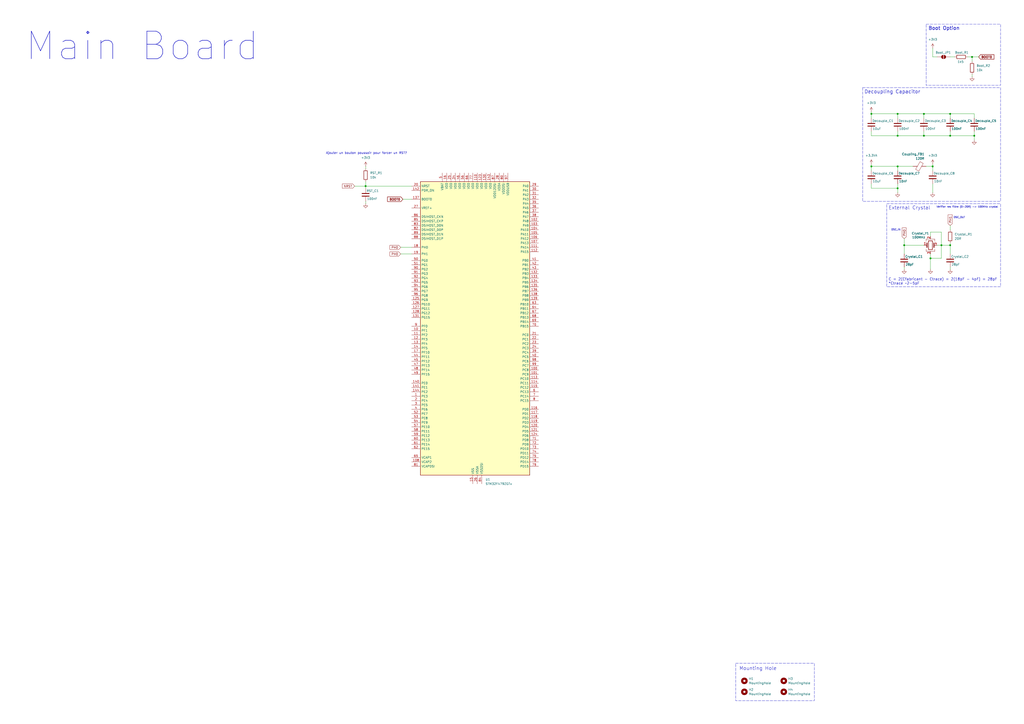
<source format=kicad_sch>
(kicad_sch (version 20231120) (generator "eeschema") (generator_version "8.0")
  (paper "A2")
  (title_block (title "Main Board") (date "2024-11-08") (company "GAUL"))
  (lib_symbols
    (symbol "Device:C" (pin_numbers hide) (pin_names (offset 0.254))
      (property "Reference" "C" (at 0.635 2.54 0))
      (property "Value" "C" (at 0.635 -2.54 0))
      (symbol "C_0_1"
        (polyline (pts (xy -2.032 -0.762) (xy 2.032 -0.762)) (stroke (width 0.508)))
        (polyline (pts (xy -2.032 0.762) (xy 2.032 0.762)) (stroke (width 0.508)))
      )
      (symbol "C_1_1"
        (pin passive line (at 0 3.81 270) (length 2.794) (name "~") (number "1"))
        (pin passive line (at 0 -3.81 90) (length 2.794) (name "~") (number "2"))
      )
    )
    (symbol "Device:Crystal_GND23" (pin_names (offset 1.016) hide)
      (property "Reference" "Y" (at 3.175 5.08 0))
      (property "Value" "Crystal_GND23" (at 3.175 3.175 0))
      (symbol "Crystal_GND23_0_1"
        (rectangle (start -1.143 2.54) (end 1.143 -2.54) (stroke (width 0.3048)))
        (polyline (pts (xy -2.54 0) (xy -2.032 0)))
        (polyline (pts (xy -2.032 -1.27) (xy -2.032 1.27)) (stroke (width 0.508)))
        (polyline (pts (xy 0 -3.81) (xy 0 -3.556)))
        (polyline (pts (xy 0 3.556) (xy 0 3.81)))
        (polyline (pts (xy 2.032 -1.27) (xy 2.032 1.27)) (stroke (width 0.508)))
        (polyline (pts (xy 2.032 0) (xy 2.54 0)))
        (polyline (pts (xy -2.54 -2.286) (xy -2.54 -3.556) (xy 2.54 -3.556) (xy 2.54 -2.286)))
        (polyline (pts (xy -2.54 2.286) (xy -2.54 3.556) (xy 2.54 3.556) (xy 2.54 2.286)))
      )
      (symbol "Crystal_GND23_1_1"
        (pin passive line (at -3.81 0 0) (length 1.27) (name "1") (number "1"))
        (pin passive line (at 0 5.08 270) (length 1.27) (name "2") (number "2"))
        (pin passive line (at 0 -5.08 90) (length 1.27) (name "3") (number "3"))
        (pin passive line (at 3.81 0 180) (length 1.27) (name "4") (number "4"))
      )
    )
    (symbol "Device:FerriteBead" (pin_numbers hide) (pin_names (offset 0))
      (property "Reference" "FB" (at -3.81 0.635 90))
      (property "Value" "FerriteBead" (at 3.81 0 90))
      (symbol "FerriteBead_0_1"
        (polyline (pts (xy 0 -1.27) (xy 0 -1.2192)))
        (polyline (pts (xy 0 1.27) (xy 0 1.2954)))
        (polyline (pts (xy -2.7686 0.4064) (xy -1.7018 2.2606) (xy 2.7686 -0.3048) (xy 1.6764 -2.159) (xy -2.7686 0.4064)))
      )
      (symbol "FerriteBead_1_1"
        (pin passive line (at 0 3.81 270) (length 2.54) (name "~") (number "1"))
        (pin passive line (at 0 -3.81 90) (length 2.54) (name "~") (number "2"))
      )
    )
    (symbol "Device:R" (pin_numbers hide) (pin_names (offset 0))
      (property "Reference" "R" (at 2.032 0 90))
      (property "Value" "R" (at 0 0 90))
      (symbol "R_0_1"
        (rectangle (start -1.016 -2.54) (end 1.016 2.54) (stroke (width 0.254)))
      )
      (symbol "R_1_1"
        (pin passive line (at 0 3.81 270) (length 1.27) (name "~") (number "1"))
        (pin passive line (at 0 -3.81 90) (length 1.27) (name "~") (number "2"))
      )
    )
    (symbol "Jumper:SolderJumper_2_Open" (pin_numbers hide) (pin_names (offset 0) hide) (exclude_from_sim yes) (in_bom no)
      (property "Reference" "JP" (at 0 2.032 0))
      (property "Value" "SolderJumper_2_Open" (at 0 -2.54 0))
      (symbol "SolderJumper_2_Open_0_1"
        (arc (start -0.254 1.016) (mid -1.2656 0) (end -0.254 -1.016))
        (arc (start -0.254 1.016) (mid -1.2656 0) (end -0.254 -1.016) (fill (type outline)))
        (polyline (pts (xy -0.254 1.016) (xy -0.254 -1.016)))
        (polyline (pts (xy 0.254 1.016) (xy 0.254 -1.016)))
        (arc (start 0.254 -1.016) (mid 1.2656 0) (end 0.254 1.016))
        (arc (start 0.254 -1.016) (mid 1.2656 0) (end 0.254 1.016) (fill (type outline)))
      )
      (symbol "SolderJumper_2_Open_1_1"
        (pin passive line (at -3.81 0 0) (length 2.54) (name "A") (number "1"))
        (pin passive line (at 3.81 0 180) (length 2.54) (name "B") (number "2"))
      )
    )
    (symbol "Mechanical:MountingHole" (pin_names (offset 1.016)) (exclude_from_sim yes) (in_bom no)
      (property "Reference" "H" (at 0 5.08 0))
      (property "Value" "MountingHole" (at 0 3.175 0))
      (symbol "MountingHole_0_1"
        (circle (center 0 0) (radius 1.27) (stroke (width 1.27)))
      )
    )
    (symbol "ODB_Lib:STM32F479ZGTx"
      (property "Reference" "U" (at -30.48 87.63 0))
      (property "Value" "STM32F479ZGTx" (at -5.08 70.866 0))
      (symbol "STM32F479ZGTx_0_1"
        (rectangle (start -30.48 86.36) (end 33.02 -83.82) (stroke (width 0.254)) (fill (type background)))
      )
      (symbol "STM32F479ZGTx_1_1"
        (pin bidirectional line (at -35.56 -38.1 0) (length 5.08) (name "PE3") (number "1"))
        (pin bidirectional line (at -35.56 0 0) (length 5.08) (name "PF1") (number "10"))
        (pin bidirectional line (at 38.1 -22.86 180) (length 5.08) (name "PC8") (number "100"))
        (pin bidirectional line (at 38.1 -25.4 180) (length 5.08) (name "PC9") (number "101"))
        (pin bidirectional line (at 38.1 63.5 180) (length 5.08) (name "PA8") (number "102"))
        (pin bidirectional line (at 38.1 60.96 180) (length 5.08) (name "PA9") (number "103"))
        (pin bidirectional line (at 38.1 58.42 180) (length 5.08) (name "PA10") (number "104"))
        (pin bidirectional line (at 38.1 55.88 180) (length 5.08) (name "PA11") (number "105"))
        (pin bidirectional line (at 38.1 53.34 180) (length 5.08) (name "PA12") (number "106"))
        (pin bidirectional line (at 38.1 50.8 180) (length 5.08) (name "PA13") (number "107"))
        (pin power_out line (at -35.56 -76.2 0) (length 5.08) (name "VCAP2") (number "108"))
        (pin passive line (at 0 -88.9 90) (length 5.08) hide (name "VSS") (number "109"))
        (pin bidirectional line (at -35.56 -2.54 0) (length 5.08) (name "PF2") (number "11"))
        (pin power_in line (at 2.54 91.44 270) (length 5.08) (name "VDD") (number "110"))
        (pin bidirectional line (at 38.1 48.26 180) (length 5.08) (name "PA14") (number "111"))
        (pin bidirectional line (at 38.1 45.72 180) (length 5.08) (name "PA15") (number "112"))
        (pin bidirectional line (at 38.1 -27.94 180) (length 5.08) (name "PC10") (number "113"))
        (pin bidirectional line (at 38.1 -30.48 180) (length 5.08) (name "PC11") (number "114"))
        (pin bidirectional line (at 38.1 -33.02 180) (length 5.08) (name "PC12") (number "115"))
        (pin bidirectional line (at 38.1 -45.72 180) (length 5.08) (name "PD0") (number "116"))
        (pin bidirectional line (at 38.1 -48.26 180) (length 5.08) (name "PD1") (number "117"))
        (pin bidirectional line (at 38.1 -50.8 180) (length 5.08) (name "PD2") (number "118"))
        (pin bidirectional line (at 38.1 -53.34 180) (length 5.08) (name "PD3") (number "119"))
        (pin bidirectional line (at -35.56 -5.08 0) (length 5.08) (name "PF3") (number "12"))
        (pin bidirectional line (at 38.1 -55.88 180) (length 5.08) (name "PD4") (number "120"))
        (pin bidirectional line (at 38.1 -58.42 180) (length 5.08) (name "PD5") (number "121"))
        (pin passive line (at 0 -88.9 90) (length 5.08) hide (name "VSS") (number "122"))
        (pin power_in line (at 5.08 91.44 270) (length 5.08) (name "VDD") (number "123"))
        (pin bidirectional line (at 38.1 -60.96 180) (length 5.08) (name "PD6") (number "124"))
        (pin bidirectional line (at -35.56 17.78 0) (length 5.08) (name "PG9") (number "125"))
        (pin bidirectional line (at -35.56 15.24 0) (length 5.08) (name "PG10") (number "126"))
        (pin bidirectional line (at -35.56 12.7 0) (length 5.08) (name "PG11") (number "127"))
        (pin bidirectional line (at -35.56 10.16 0) (length 5.08) (name "PG12") (number "128"))
        (pin passive line (at 0 -88.9 90) (length 5.08) hide (name "VSS") (number "129"))
        (pin bidirectional line (at -35.56 -7.62 0) (length 5.08) (name "PF4") (number "13"))
        (pin power_in line (at 7.62 91.44 270) (length 5.08) (name "VDD") (number "130"))
        (pin bidirectional line (at -35.56 7.62 0) (length 5.08) (name "PG15") (number "131"))
        (pin bidirectional line (at 38.1 33.02 180) (length 5.08) (name "PB3") (number "132"))
        (pin bidirectional line (at 38.1 30.48 180) (length 5.08) (name "PB4") (number "133"))
        (pin bidirectional line (at 38.1 27.94 180) (length 5.08) (name "PB5") (number "134"))
        (pin bidirectional line (at 38.1 25.4 180) (length 5.08) (name "PB6") (number "135"))
        (pin bidirectional line (at 38.1 22.86 180) (length 5.08) (name "PB7") (number "136"))
        (pin input line (at -35.56 76.2 0) (length 5.08) (name "BOOT0") (number "137"))
        (pin bidirectional line (at 38.1 20.32 180) (length 5.08) (name "PB8") (number "138"))
        (pin bidirectional line (at 38.1 17.78 180) (length 5.08) (name "PB9") (number "139"))
        (pin bidirectional line (at -35.56 -10.16 0) (length 5.08) (name "PF5") (number "14"))
        (pin bidirectional line (at -35.56 -30.48 0) (length 5.08) (name "PE0") (number "140"))
        (pin bidirectional line (at -35.56 -33.02 0) (length 5.08) (name "PE1") (number "141"))
        (pin input line (at -35.56 81.28 0) (length 5.08) (name "PDR_ON") (number "142"))
        (pin power_in line (at 10.16 91.44 270) (length 5.08) (name "VDD") (number "143"))
        (pin bidirectional line (at -35.56 -35.56 0) (length 5.08) (name "PE2") (number "144"))
        (pin power_in line (at 0 -88.9 90) (length 5.08) (name "VSS") (number "15"))
        (pin power_in line (at -15.24 91.44 270) (length 5.08) (name "VDD") (number "16"))
        (pin bidirectional line (at -35.56 -12.7 0) (length 5.08) (name "PF10") (number "17"))
        (pin bidirectional line (at -35.56 48.26 0) (length 5.08) (name "PH0") (number "18"))
        (pin bidirectional line (at -35.56 44.45 0) (length 5.08) (name "PH1") (number "19"))
        (pin bidirectional line (at -35.56 -40.64 0) (length 5.08) (name "PE4") (number "2"))
        (pin input line (at -35.56 83.82 0) (length 5.08) (name "NRST") (number "20"))
        (pin bidirectional line (at 38.1 -2.54 180) (length 5.08) (name "PC0") (number "21"))
        (pin bidirectional line (at 38.1 -5.08 180) (length 5.08) (name "PC1") (number "22"))
        (pin bidirectional line (at 38.1 -7.62 180) (length 5.08) (name "PC2") (number "23"))
        (pin bidirectional line (at 38.1 -10.16 180) (length 5.08) (name "PC3") (number "24"))
        (pin power_in line (at -12.7 91.44 270) (length 5.08) (name "VDD") (number "25"))
        (pin power_in line (at 2.54 -88.9 90) (length 5.08) (name "VSSA") (number "26"))
        (pin input line (at -35.56 71.12 0) (length 5.08) (name "VREF+") (number "27"))
        (pin power_in line (at 15.24 91.44 270) (length 5.08) (name "VDDA") (number "28"))
        (pin bidirectional line (at 38.1 83.82 180) (length 5.08) (name "PA0") (number "29"))
        (pin bidirectional line (at -35.56 -43.18 0) (length 5.08) (name "PE5") (number "3"))
        (pin bidirectional line (at 38.1 81.28 180) (length 5.08) (name "PA1") (number "30"))
        (pin bidirectional line (at 38.1 78.74 180) (length 5.08) (name "PA2") (number "31"))
        (pin bidirectional line (at 38.1 76.2 180) (length 5.08) (name "PA3") (number "32"))
        (pin passive line (at 0 -88.9 90) (length 5.08) hide (name "VSS") (number "33"))
        (pin power_in line (at -10.16 91.44 270) (length 5.08) (name "VDD") (number "34"))
        (pin bidirectional line (at 38.1 73.66 180) (length 5.08) (name "PA4") (number "35"))
        (pin bidirectional line (at 38.1 71.12 180) (length 5.08) (name "PA5") (number "36"))
        (pin bidirectional line (at 38.1 68.58 180) (length 5.08) (name "PA6") (number "37"))
        (pin bidirectional line (at 38.1 66.04 180) (length 5.08) (name "PA7") (number "38"))
        (pin bidirectional line (at 38.1 -12.7 180) (length 5.08) (name "PC4") (number "39"))
        (pin bidirectional line (at -35.56 -45.72 0) (length 5.08) (name "PE6") (number "4"))
        (pin bidirectional line (at 38.1 -15.24 180) (length 5.08) (name "PC5") (number "40"))
        (pin bidirectional line (at 38.1 40.64 180) (length 5.08) (name "PB0") (number "41"))
        (pin bidirectional line (at 38.1 38.1 180) (length 5.08) (name "PB1") (number "42"))
        (pin bidirectional line (at 38.1 35.56 180) (length 5.08) (name "PB2") (number "43"))
        (pin bidirectional line (at -35.56 -15.24 0) (length 5.08) (name "PF11") (number "44"))
        (pin bidirectional line (at -35.56 -17.78 0) (length 5.08) (name "PF12") (number "45"))
        (pin power_in line (at -7.62 91.44 270) (length 5.08) (name "VDD") (number "46"))
        (pin bidirectional line (at -35.56 -20.32 0) (length 5.08) (name "PF13") (number "47"))
        (pin bidirectional line (at -35.56 -22.86 0) (length 5.08) (name "PF14") (number "48"))
        (pin bidirectional line (at -35.56 -25.4 0) (length 5.08) (name "PF15") (number "49"))
        (pin power_in line (at -17.78 91.44 270) (length 5.08) (name "VBAT") (number "5"))
        (pin bidirectional line (at -35.56 40.64 0) (length 5.08) (name "PG0") (number "50"))
        (pin bidirectional line (at -35.56 38.1 0) (length 5.08) (name "PG1") (number "51"))
        (pin bidirectional line (at -35.56 -48.26 0) (length 5.08) (name "PE7") (number "52"))
        (pin bidirectional line (at -35.56 -50.8 0) (length 5.08) (name "PE8") (number "53"))
        (pin bidirectional line (at -35.56 -53.34 0) (length 5.08) (name "PE9") (number "54"))
        (pin passive line (at 0 -88.9 90) (length 5.08) hide (name "VSS") (number "55"))
        (pin power_in line (at -5.08 91.44 270) (length 5.08) (name "VDD") (number "56"))
        (pin bidirectional line (at -35.56 -55.88 0) (length 5.08) (name "PE10") (number "57"))
        (pin bidirectional line (at -35.56 -58.42 0) (length 5.08) (name "PE11") (number "58"))
        (pin bidirectional line (at -35.56 -60.96 0) (length 5.08) (name "PE12") (number "59"))
        (pin bidirectional line (at 38.1 -35.56 180) (length 5.08) (name "PC13") (number "6"))
        (pin bidirectional line (at -35.56 -63.5 0) (length 5.08) (name "PE13") (number "60"))
        (pin bidirectional line (at -35.56 -66.04 0) (length 5.08) (name "PE14") (number "61"))
        (pin bidirectional line (at -35.56 -68.58 0) (length 5.08) (name "PE15") (number "62"))
        (pin bidirectional line (at 38.1 15.24 180) (length 5.08) (name "PB10") (number "63"))
        (pin bidirectional line (at 38.1 12.7 180) (length 5.08) (name "PB11") (number "64"))
        (pin power_out line (at -35.56 -73.66 0) (length 5.08) (name "VCAP1") (number "65"))
        (pin power_in line (at -2.54 91.44 270) (length 5.08) (name "VDD") (number "66"))
        (pin bidirectional line (at 38.1 10.16 180) (length 5.08) (name "PB12") (number "67"))
        (pin bidirectional line (at 38.1 7.62 180) (length 5.08) (name "PB13") (number "68"))
        (pin bidirectional line (at 38.1 5.08 180) (length 5.08) (name "PB14") (number "69"))
        (pin bidirectional line (at 38.1 -38.1 180) (length 5.08) (name "PC14") (number "7"))
        (pin bidirectional line (at 38.1 2.54 180) (length 5.08) (name "PB15") (number "70"))
        (pin bidirectional line (at 38.1 -63.5 180) (length 5.08) (name "PD8") (number "71"))
        (pin bidirectional line (at 38.1 -66.04 180) (length 5.08) (name "PD9") (number "72"))
        (pin bidirectional line (at 38.1 -68.58 180) (length 5.08) (name "PD10") (number "73"))
        (pin bidirectional line (at 38.1 -71.12 180) (length 5.08) (name "PD11") (number "74"))
        (pin bidirectional line (at 38.1 -73.66 180) (length 5.08) (name "PD12") (number "75"))
        (pin passive line (at 0 -88.9 90) (length 5.08) hide (name "VSS") (number "76"))
        (pin power_in line (at 0 91.44 270) (length 5.08) (name "VDD") (number "77"))
        (pin bidirectional line (at 38.1 -76.2 180) (length 5.08) (name "PD14") (number "78"))
        (pin bidirectional line (at 38.1 -78.74 180) (length 5.08) (name "PD15") (number "79"))
        (pin bidirectional line (at 38.1 -40.64 180) (length 5.08) (name "PC15") (number "8"))
        (pin power_in line (at 17.78 91.44 270) (length 5.08) (name "VDDDSI") (number "80"))
        (pin power_out line (at -35.56 -78.74 0) (length 5.08) (name "VCAPDSI") (number "81"))
        (pin bidirectional line (at -35.56 58.42 0) (length 5.08) (name "DSIHOST_D0P") (number "82"))
        (pin bidirectional line (at -35.56 60.96 0) (length 5.08) (name "DSIHOST_D0N") (number "83"))
        (pin power_in line (at 5.08 -88.9 90) (length 5.08) (name "VSSDSI") (number "84"))
        (pin bidirectional line (at -35.56 63.5 0) (length 5.08) (name "DSIHOST_CKP") (number "85"))
        (pin bidirectional line (at -35.56 66.04 0) (length 5.08) (name "DSIHOST_CKN") (number "86"))
        (pin power_in line (at 12.7 91.44 270) (length 5.08) (name "VDD12DSI") (number "87"))
        (pin bidirectional line (at -35.56 53.34 0) (length 5.08) (name "DSIHOST_D1P") (number "88"))
        (pin bidirectional line (at -35.56 55.88 0) (length 5.08) (name "DSIHOST_D1N") (number "89"))
        (pin bidirectional line (at -35.56 2.54 0) (length 5.08) (name "PF0") (number "9"))
        (pin bidirectional line (at -35.56 35.56 0) (length 5.08) (name "PG2") (number "90"))
        (pin bidirectional line (at -35.56 33.02 0) (length 5.08) (name "PG3") (number "91"))
        (pin bidirectional line (at -35.56 30.48 0) (length 5.08) (name "PG4") (number "92"))
        (pin bidirectional line (at -35.56 27.94 0) (length 5.08) (name "PG5") (number "93"))
        (pin bidirectional line (at -35.56 25.4 0) (length 5.08) (name "PG6") (number "94"))
        (pin bidirectional line (at -35.56 22.86 0) (length 5.08) (name "PG7") (number "95"))
        (pin bidirectional line (at -35.56 20.32 0) (length 5.08) (name "PG8") (number "96"))
        (pin power_in line (at 20.32 91.44 270) (length 5.08) (name "VDDUSB") (number "97"))
        (pin bidirectional line (at 38.1 -17.78 180) (length 5.08) (name "PC6") (number "98"))
        (pin bidirectional line (at 38.1 -20.32 180) (length 5.08) (name "PC7") (number "99"))
      )
    )
    (symbol "power:+3.3VA" (power) (pin_numbers hide) (pin_names (offset 0) hide)
      (property "Value" "+3.3VA" (at 0 3.556 0))
      (symbol "+3.3VA_0_1"
        (polyline (pts (xy -0.762 1.27) (xy 0 2.54)))
        (polyline (pts (xy 0 0) (xy 0 2.54)))
        (polyline (pts (xy 0 2.54) (xy 0.762 1.27)))
      )
      (symbol "+3.3VA_1_1"
        (pin power_in line (at 0 0 90) (length 0) (name "~") (number "1"))
      )
    )
    (symbol "power:+3V3" (power) (pin_numbers hide) (pin_names (offset 0) hide)
      (property "Value" "+3V3" (at 0 3.556 0))
      (symbol "+3V3_0_1"
        (polyline (pts (xy -0.762 1.27) (xy 0 2.54)))
        (polyline (pts (xy 0 0) (xy 0 2.54)))
        (polyline (pts (xy 0 2.54) (xy 0.762 1.27)))
      )
      (symbol "+3V3_1_1"
        (pin power_in line (at 0 0 90) (length 0) (name "~") (number "1"))
      )
    )
    (symbol "power:GND" (power) (pin_numbers hide) (pin_names (offset 0) hide)
      (property "Value" "GND" (at 0 -3.81 0))
      (symbol "GND_0_1"
        (polyline (pts (xy 0 0) (xy 0 -1.27) (xy 1.27 -1.27) (xy 0 -2.54) (xy -1.27 -1.27) (xy 0 -1.27)))
      )
      (symbol "GND_1_1"
        (pin power_in line (at 0 0 270) (length 0) (name "~") (number "1"))
      )
    )
  )
  (junction (at 551.18 142.24))
  (junction (at 520.7 96.52))
  (junction (at 505.46 66.04))
  (junction (at 212.09 107.95))
  (junction (at 546.1 142.24))
  (junction (at 539.75 149.86))
  (junction (at 551.18 78.74))
  (junction (at 551.18 66.04))
  (junction (at 520.7 109.22))
  (junction (at 565.15 78.74))
  (junction (at 535.94 66.04))
  (junction (at 563.88 33.02))
  (junction (at 541.02 96.52))
  (junction (at 520.7 78.74))
  (junction (at 520.7 66.04))
  (junction (at 505.46 96.52))
  (junction (at 535.94 78.74))
  (junction (at 524.51 142.24))
  (wire (pts (xy 505.46 109.22) (xy 520.7 109.22)))
  (wire (pts (xy 505.46 78.74) (xy 520.7 78.74)))
  (wire (pts (xy 551.18 78.74) (xy 535.94 78.74)))
  (wire (pts (xy 539.75 147.32) (xy 539.75 149.86)))
  (wire (pts (xy 520.7 109.22) (xy 520.7 106.68)))
  (wire (pts (xy 551.18 66.04) (xy 535.94 66.04)))
  (wire (pts (xy 551.18 130.81) (xy 551.18 133.35)))
  (wire (pts (xy 551.18 154.94) (xy 551.18 156.21)))
  (wire (pts (xy 541.02 33.02) (xy 543.56 33.02)))
  (wire (pts (xy 541.02 96.52) (xy 541.02 99.06)))
  (wire (pts (xy 505.46 76.2) (xy 505.46 78.74)))
  (wire (pts (xy 212.09 107.95) (xy 212.09 109.22)))
  (wire (pts (xy 212.09 105.41) (xy 212.09 107.95)))
  (wire (pts (xy 541.02 27.94) (xy 541.02 33.02)))
  (wire (pts (xy 546.1 134.62) (xy 539.75 134.62)))
  (wire (pts (xy 535.94 66.04) (xy 520.7 66.04)))
  (wire (pts (xy 535.94 142.24) (xy 524.51 142.24)))
  (wire (pts (xy 565.15 68.58) (xy 565.15 66.04)))
  (wire (pts (xy 232.41 147.32) (xy 238.76 147.32)))
  (wire (pts (xy 505.46 106.68) (xy 505.46 109.22)))
  (wire (pts (xy 505.46 95.25) (xy 505.46 96.52)))
  (wire (pts (xy 563.88 43.18) (xy 563.88 44.45)))
  (wire (pts (xy 505.46 66.04) (xy 520.7 66.04)))
  (wire (pts (xy 551.18 142.24) (xy 546.1 142.24)))
  (wire (pts (xy 535.94 78.74) (xy 520.7 78.74)))
  (wire (pts (xy 524.51 138.43) (xy 524.51 142.24)))
  (wire (pts (xy 520.7 96.52) (xy 520.7 99.06)))
  (wire (pts (xy 505.46 66.04) (xy 505.46 68.58)))
  (wire (pts (xy 233.68 115.57) (xy 238.76 115.57)))
  (wire (pts (xy 520.7 68.58) (xy 520.7 66.04)))
  (wire (pts (xy 546.1 149.86) (xy 539.75 149.86)))
  (wire (pts (xy 505.46 96.52) (xy 505.46 99.06)))
  (wire (pts (xy 565.15 78.74) (xy 551.18 78.74)))
  (wire (pts (xy 551.18 68.58) (xy 551.18 66.04)))
  (wire (pts (xy 561.34 33.02) (xy 563.88 33.02)))
  (wire (pts (xy 232.41 143.51) (xy 238.76 143.51)))
  (wire (pts (xy 541.02 95.25) (xy 541.02 96.52)))
  (wire (pts (xy 535.94 76.2) (xy 535.94 78.74)))
  (wire (pts (xy 524.51 142.24) (xy 524.51 147.32)))
  (wire (pts (xy 520.7 96.52) (xy 529.59 96.52)))
  (wire (pts (xy 563.88 33.02) (xy 563.88 35.56)))
  (wire (pts (xy 565.15 78.74) (xy 565.15 81.28)))
  (wire (pts (xy 551.18 142.24) (xy 551.18 147.32)))
  (wire (pts (xy 520.7 109.22) (xy 520.7 111.76)))
  (wire (pts (xy 563.88 33.02) (xy 567.69 33.02)))
  (wire (pts (xy 551.18 33.02) (xy 553.72 33.02)))
  (wire (pts (xy 541.02 106.68) (xy 541.02 111.76)))
  (wire (pts (xy 551.18 76.2) (xy 551.18 78.74)))
  (wire (pts (xy 565.15 66.04) (xy 551.18 66.04)))
  (wire (pts (xy 212.09 96.52) (xy 212.09 97.79)))
  (wire (pts (xy 546.1 134.62) (xy 546.1 142.24)))
  (wire (pts (xy 565.15 76.2) (xy 565.15 78.74)))
  (wire (pts (xy 535.94 68.58) (xy 535.94 66.04)))
  (wire (pts (xy 543.56 142.24) (xy 546.1 142.24)))
  (wire (pts (xy 212.09 107.95) (xy 238.76 107.95)))
  (wire (pts (xy 524.51 154.94) (xy 524.51 156.21)))
  (wire (pts (xy 546.1 142.24) (xy 546.1 149.86)))
  (wire (pts (xy 205.74 107.95) (xy 212.09 107.95)))
  (wire (pts (xy 551.18 140.97) (xy 551.18 142.24)))
  (wire (pts (xy 539.75 134.62) (xy 539.75 137.16)))
  (wire (pts (xy 520.7 76.2) (xy 520.7 78.74)))
  (wire (pts (xy 212.09 116.84) (xy 212.09 118.11)))
  (wire (pts (xy 539.75 149.86) (xy 539.75 156.21)))
  (wire (pts (xy 520.7 96.52) (xy 505.46 96.52)))
  (wire (pts (xy 505.46 64.77) (xy 505.46 66.04)))
  (wire (pts (xy 537.21 96.52) (xy 541.02 96.52)))
  (rectangle (start 426.72 384.81) (end 472.44 406.4) (stroke (width 0) (type dash)))
  (rectangle (start 537.21 13.97) (end 580.39 49.53) (stroke (width 0) (type dash)))
  (rectangle (start 500.38 50.8) (end 580.39 116.84) (stroke (width 0) (type dash)))
  (rectangle (start 514.35 118.11) (end 580.39 166.37) (stroke (width 0) (type dash)))
  (text "Vérifier res filtre (0-20R) -> 100MHz crystal" (at 561.086 120.142 0) (effects (font (size 1 1))))
  (text "C = 2(Cfabricant - Ctrace) = 2(18pF - 4pF) = 28pF\n*Ctrace ~2-5pF" (at 515.366 163.322 0) (effects (font (size 1.5 1.5)) (justify left)))
  (text "Main Board" (at 82.55 26.924 0) (effects (font (size 16 16) (thickness 0.254) (bold yes))))
  (text "Mounting Hole" (at 439.674 387.858 0) (effects (font (size 2 2))))
  (text "Boot Option" (at 547.624 16.51 0) (effects (font (size 2 2) (thickness 0.25))))
  (text "OSC_OUT" (at 556.514 126.238 0) (effects (font (size 1 1))))
  (text "Ajouter un bouton poussoir pour forcer un RST?" (at 212.598 88.9 0) (effects (font (size 1.27 1.27))))
  (text "External Crystal" (at 527.558 120.65 0) (effects (font (size 2 2))))
  (text "Decoupling Capacitor" (at 517.652 53.34 0) (effects (font (size 2 2) (thickness 0.1875))))
  (text "OSC_IN" (at 519.684 133.35 0) (effects (font (size 1 1))))
  (global_label "PH0" (shape input) (at 232.41 143.51 180) (property "Intersheetrefs" "${INTERSHEET_REFS}" (effects (hide yes))))
  (global_label "BOOT0" (shape input) (at 233.68 115.57 180) (effects (font (thickness 0.254) (bold yes))) (property "Intersheetrefs" "${INTERSHEET_REFS}" (effects (hide yes))))
  (global_label "PH1" (shape input) (at 551.18 130.81 90) (property "Intersheetrefs" "${INTERSHEET_REFS}" (effects (hide yes))))
  (global_label "PH0" (shape input) (at 232.41 147.32 180) (property "Intersheetrefs" "${INTERSHEET_REFS}" (effects (hide yes))))
  (global_label "NRST" (shape input) (at 205.74 107.95 180) (property "Intersheetrefs" "${INTERSHEET_REFS}" (effects (hide yes))))
  (global_label "BOOT0" (shape input) (at 567.69 33.02 0) (effects (font (thickness 0.254) (bold yes))) (property "Intersheetrefs" "${INTERSHEET_REFS}" (effects (hide yes))))
  (global_label "PH0" (shape input) (at 524.51 138.43 90) (property "Intersheetrefs" "${INTERSHEET_REFS}" (effects (hide yes))))
  (symbol (lib_id "power:GND") (at 524.51 156.21 0) (unit 1)
    (property "Reference" "#PWR040" (effects (hide yes)))
    (property "Value" "GND" (effects (hide yes)))
    (property "Description" "Power symbol creates a global label with name \"GND\" , ground" (effects (hide yes)))
  )
  (symbol (lib_id "Device:R") (at 212.09 101.6 0) (unit 1)
    (property "Reference" "RST_R1" (at 214.63 100.3299 0) (effects (justify left)))
    (property "Value" "10k" (at 214.63 102.8699 0) (effects (justify left)))
    (property "Description" "Resistor" (effects (hide yes)))
  )
  (symbol (lib_id "Device:C") (at 541.02 102.87 0) (unit 1)
    (property "Reference" "Decouple_C8" (at 541.528 100.584 0) (effects (justify left)))
    (property "Value" "10nF" (at 541.782 105.156 0) (effects (justify left)))
    (property "Description" "Unpolarized capacitor" (effects (hide yes)))
  )
  (symbol (lib_id "power:GND") (at 541.02 111.76 0) (unit 1)
    (property "Reference" "#PWR039" (effects (hide yes)))
    (property "Value" "GND" (effects (hide yes)))
    (property "Description" "Power symbol creates a global label with name \"GND\" , ground" (effects (hide yes)))
  )
  (symbol (lib_id "power:GND") (at 212.09 118.11 0) (unit 1)
    (property "Reference" "#PWR045" (effects (hide yes)))
    (property "Value" "GND" (effects (hide yes)))
    (property "Description" "Power symbol creates a global label with name \"GND\" , ground" (effects (hide yes)))
  )
  (symbol (lib_id "power:+3V3") (at 505.46 64.77 0) (unit 1)
    (property "Reference" "#PWR018" (effects (hide yes)))
    (property "Value" "+3V3" (at 505.46 59.69 0))
    (property "Description" "Power symbol creates a global label with name \"+3V3\"" (effects (hide yes)))
  )
  (symbol (lib_id "Device:C") (at 535.94 72.39 0) (unit 1)
    (property "Reference" "Decouple_C3" (at 536.448 70.104 0) (effects (justify left)))
    (property "Value" "100nF" (at 536.702 74.676 0) (effects (justify left)))
    (property "Description" "Unpolarized capacitor" (effects (hide yes)))
  )
  (symbol (lib_id "power:+3V3") (at 541.02 95.25 0) (unit 1)
    (property "Reference" "#PWR037" (effects (hide yes)))
    (property "Value" "+3V3" (at 541.02 90.17 0))
    (property "Description" "Power symbol creates a global label with name \"+3V3\"" (effects (hide yes)))
  )
  (symbol (lib_id "power:GND") (at 563.88 44.45 0) (unit 1)
    (property "Reference" "#PWR017" (effects (hide yes)))
    (property "Value" "GND" (effects (hide yes)))
    (property "Description" "Power symbol creates a global label with name \"GND\" , ground" (effects (hide yes)))
  )
  (symbol (lib_id "Device:R") (at 557.53 33.02 90) (unit 1)
    (property "Reference" "Boot_R1" (at 561.848 30.48 90) (effects (justify left)))
    (property "Value" "1k5" (at 559.054 35.814 90) (effects (justify left)))
    (property "Description" "Resistor" (effects (hide yes)))
  )
  (symbol (lib_id "Mechanical:MountingHole") (at 431.8 394.97 0) (unit 1) (exclude_from_sim yes) (in_bom no)
    (property "Reference" "H1" (at 434.34 393.6999 0) (effects (justify left)))
    (property "Value" "MountingHole" (at 434.34 396.2399 0) (effects (justify left)))
    (property "Description" "Mounting Hole without connection" (effects (hide yes)))
  )
  (symbol (lib_id "Mechanical:MountingHole") (at 454.66 401.32 0) (unit 1) (exclude_from_sim yes) (in_bom no)
    (property "Reference" "H4" (at 457.2 400.0499 0) (effects (justify left)))
    (property "Value" "MountingHole" (at 457.2 402.5899 0) (effects (justify left)))
    (property "Description" "Mounting Hole without connection" (effects (hide yes)))
  )
  (symbol (lib_id "Device:C") (at 520.7 72.39 0) (unit 1)
    (property "Reference" "Decouple_C2" (at 521.208 70.104 0) (effects (justify left)))
    (property "Value" "100nF" (at 521.462 74.676 0) (effects (justify left)))
    (property "Description" "Unpolarized capacitor" (effects (hide yes)))
  )
  (symbol (lib_id "power:GND") (at 520.7 111.76 0) (unit 1)
    (property "Reference" "#PWR038" (effects (hide yes)))
    (property "Value" "GND" (effects (hide yes)))
    (property "Description" "Power symbol creates a global label with name \"GND\" , ground" (effects (hide yes)))
  )
  (symbol (lib_id "Device:C") (at 524.51 151.13 0) (unit 1)
    (property "Reference" "Crystal_C1" (at 525.018 148.844 0) (effects (justify left)))
    (property "Value" "28pF" (at 525.272 153.416 0) (effects (justify left)))
    (property "Description" "Unpolarized capacitor" (effects (hide yes)))
  )
  (symbol (lib_id "Device:C") (at 551.18 72.39 0) (unit 1)
    (property "Reference" "Decouple_C4" (at 551.688 70.104 0) (effects (justify left)))
    (property "Value" "100nF" (at 551.942 74.676 0) (effects (justify left)))
    (property "Description" "Unpolarized capacitor" (effects (hide yes)))
  )
  (symbol (lib_id "Device:C") (at 551.18 151.13 0) (unit 1)
    (property "Reference" "Crystal_C2" (at 551.688 148.844 0) (effects (justify left)))
    (property "Value" "28pF" (at 551.942 153.416 0) (effects (justify left)))
    (property "Description" "Unpolarized capacitor" (effects (hide yes)))
  )
  (symbol (lib_id "power:GND") (at 551.18 156.21 0) (unit 1)
    (property "Reference" "#PWR042" (effects (hide yes)))
    (property "Value" "GND" (effects (hide yes)))
    (property "Description" "Power symbol creates a global label with name \"GND\" , ground" (effects (hide yes)))
  )
  (symbol (lib_id "power:+3V3") (at 541.02 27.94 0) (unit 1)
    (property "Reference" "#PWR014" (effects (hide yes)))
    (property "Value" "+3V3" (at 541.02 22.86 0))
    (property "Description" "Power symbol creates a global label with name \"+3V3\"" (effects (hide yes)))
  )
  (symbol (lib_id "Device:C") (at 212.09 113.03 0) (unit 1)
    (property "Reference" "RST_C1" (at 212.598 110.744 0) (effects (justify left)))
    (property "Value" "100nF" (at 212.852 115.316 0) (effects (justify left)))
    (property "Description" "Unpolarized capacitor" (effects (hide yes)))
  )
  (symbol (lib_id "power:GND") (at 539.75 156.21 0) (unit 1)
    (property "Reference" "#PWR041" (effects (hide yes)))
    (property "Value" "GND" (effects (hide yes)))
    (property "Description" "Power symbol creates a global label with name \"GND\" , ground" (effects (hide yes)))
  )
  (symbol (lib_id "Device:R") (at 551.18 137.16 0) (unit 1)
    (property "Reference" "Crystal_R1" (at 553.72 135.8899 0) (effects (justify left)))
    (property "Value" "20R" (at 553.72 138.4299 0) (effects (justify left)))
    (property "Description" "Resistor" (effects (hide yes)))
  )
  (symbol (lib_id "Device:C") (at 520.7 102.87 0) (unit 1)
    (property "Reference" "Decouple_C7" (at 521.208 100.584 0) (effects (justify left)))
    (property "Value" "10nF" (at 521.462 105.156 0) (effects (justify left)))
    (property "Description" "Unpolarized capacitor" (effects (hide yes)))
  )
  (symbol (lib_id "Mechanical:MountingHole") (at 454.66 394.97 0) (unit 1) (exclude_from_sim yes) (in_bom no)
    (property "Reference" "H3" (at 457.2 393.6999 0) (effects (justify left)))
    (property "Value" "MountingHole" (at 457.2 396.2399 0) (effects (justify left)))
    (property "Description" "Mounting Hole without connection" (effects (hide yes)))
  )
  (symbol (lib_id "Mechanical:MountingHole") (at 431.8 401.32 0) (unit 1) (exclude_from_sim yes) (in_bom no)
    (property "Reference" "H2" (at 434.34 400.0499 0) (effects (justify left)))
    (property "Value" "MountingHole" (at 434.34 402.5899 0) (effects (justify left)))
    (property "Description" "Mounting Hole without connection" (effects (hide yes)))
  )
  (symbol (lib_id "Device:FerriteBead") (at 533.4 96.52 90) (unit 1)
    (property "Reference" "Coupling_FB1" (at 536.194 89.408 90) (effects (justify left)))
    (property "Value" "120R" (at 536.194 91.948 90) (effects (justify left)))
    (property "Description" "Ferrite bead" (effects (hide yes)))
  )
  (symbol (lib_id "ODB_Lib:STM32F479ZGTx") (at 274.32 191.77 0) (unit 1)
    (property "Reference" "U1" (at 281.5941 278.13 0) (effects (justify left)))
    (property "Value" "STM32F479ZGTx" (at 281.5941 280.67 0) (effects (justify left)))
    (property "Footprint" "Package_QFP:LQFP-144_20x20mm_P0.5mm" (effects (hide yes)))
    (property "Datasheet" "https://www.st.com/resource/en/datasheet/stm32f479zg.pdf" (effects (hide yes)))
    (property "Description" "STMicroelectronics Arm Cortex-M4 MCU, 1024KB flash, 384KB RAM, 180 MHz, 1.7-3.6V, 106 GPIO, LQFP144" (effects (hide yes)))
  )
  (symbol (lib_id "power:+3V3") (at 212.09 96.52 0) (unit 1)
    (property "Reference" "#PWR044" (effects (hide yes)))
    (property "Value" "+3V3" (at 212.09 91.44 0))
    (property "Description" "Power symbol creates a global label with name \"+3V3\"" (effects (hide yes)))
  )
  (symbol (lib_id "Jumper:SolderJumper_2_Open") (at 547.37 33.02 0) (unit 1) (exclude_from_sim yes) (in_bom no)
    (property "Reference" "Boot_JP1" (at 547.116 30.48 0))
    (property "Value" "SolderJumper_2_Open" (effects (hide yes)))
    (property "Description" "Solder Jumper, 2-pole, open" (effects (hide yes)))
  )
  (symbol (lib_id "Device:C") (at 505.46 72.39 0) (unit 1)
    (property "Reference" "Decouple_C1" (at 505.968 70.104 0) (effects (justify left)))
    (property "Value" "10uF" (at 506.222 74.676 0) (effects (justify left)))
    (property "Description" "Unpolarized capacitor" (effects (hide yes)))
  )
  (symbol (lib_id "power:GND") (at 565.15 81.28 0) (unit 1)
    (property "Reference" "#PWR035" (effects (hide yes)))
    (property "Value" "GND" (effects (hide yes)))
    (property "Description" "Power symbol creates a global label with name \"GND\" , ground" (effects (hide yes)))
  )
  (symbol (lib_id "Device:C") (at 565.15 72.39 0) (unit 1)
    (property "Reference" "Decouple_C5" (at 565.658 70.104 0) (effects (justify left)))
    (property "Value" "100nF" (at 565.912 74.676 0) (effects (justify left)))
    (property "Description" "Unpolarized capacitor" (effects (hide yes)))
  )
  (symbol (lib_id "Device:R") (at 563.88 39.37 0) (unit 1)
    (property "Reference" "Boot_R2" (at 566.42 38.0999 0) (effects (justify left)))
    (property "Value" "10k" (at 566.42 40.6399 0) (effects (justify left)))
    (property "Description" "Resistor" (effects (hide yes)))
  )
  (symbol (lib_id "Device:Crystal_GND23") (at 539.75 142.24 0) (unit 1)
    (property "Reference" "Crystal_Y1" (at 533.908 135.382 0))
    (property "Value" "100MHz" (at 532.892 137.668 0))
    (property "Description" "Four pin crystal, GND on pins 2 and 3" (effects (hide yes)))
  )
  (symbol (lib_id "Device:C") (at 505.46 102.87 0) (unit 1)
    (property "Reference" "Decouple_C6" (at 505.968 100.584 0) (effects (justify left)))
    (property "Value" "10uF" (at 506.222 105.156 0) (effects (justify left)))
    (property "Description" "Unpolarized capacitor" (effects (hide yes)))
  )
  (symbol (lib_id "power:+3.3VA") (at 505.46 95.25 0) (unit 1)
    (property "Reference" "#PWR036" (effects (hide yes)))
    (property "Value" "+3.3VA" (at 505.46 90.17 0))
    (property "Description" "Power symbol creates a global label with name \"+3.3VA\"" (effects (hide yes)))
  )
  (sheet (at 322.58 688.34) (size 279.4 222.25) (stroke (width 0.1524))
    (property "Sheetname" "Pyro" (at 322.58 687.6284 0) (effects (justify left bottom)))
    (property "Sheetfile" "Pyro.kicad_sch" (at 322.58 911.1746 0) (effects (justify left top)))
  )
  (sheet (at 323.85 435.61) (size 266.7 220.98) (stroke (width 0.1524))
    (property "Sheetname" "IO_Peripherals" (at 323.85 434.8984 0) (effects (justify left bottom)))
    (property "Sheetfile" "IO_Peripherals.kicad_sch" (at 323.85 657.1746 0) (effects (justify left top)))
  )
  (sheet (at 1.27 683.26) (size 261.62 229.87) (stroke (width 0.1524))
    (property "Sheetname" "PowerSupply" (at 1.27 682.5484 0) (effects (justify left bottom)))
    (property "Sheetfile" "PowerSupply.kicad_sch" (at 1.27 913.7146 0) (effects (justify left top)))
  )
  (sheet (at -1.27 434.34) (size 267.97 223.52) (stroke (width 0.1524))
    (property "Sheetname" "Sensors" (at -1.27 433.6284 0) (show_name yes) (effects (justify left bottom)))
    (property "Sheetfile" "Sensors.kicad_sch" (at -1.27 658.4446 0) (effects (justify left top)))
  )
)
</source>
